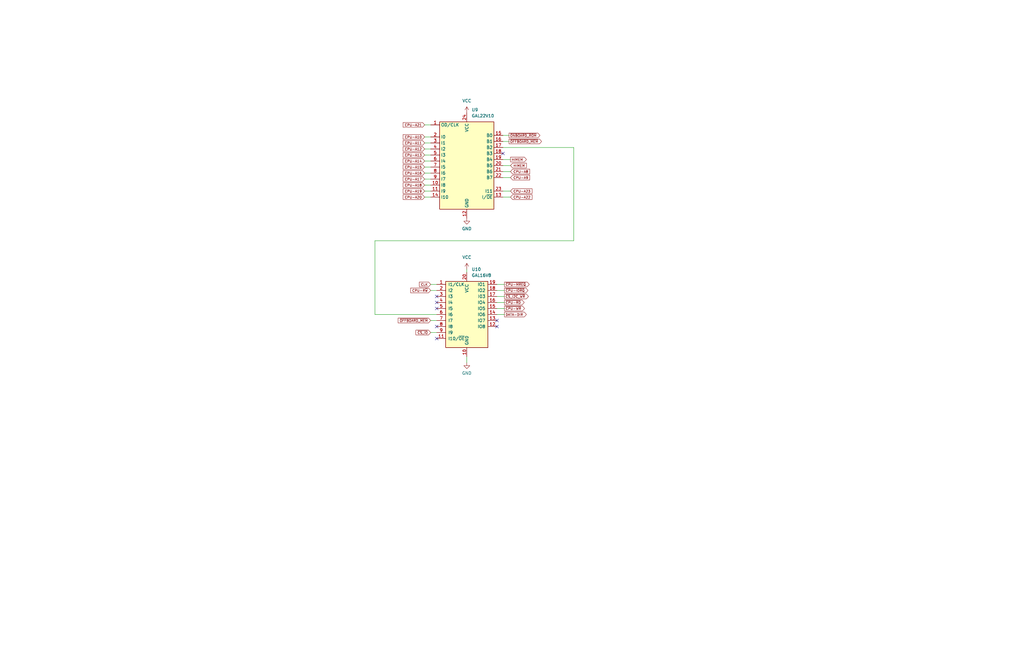
<source format=kicad_sch>
(kicad_sch (version 20211123) (generator eeschema)

  (uuid c3c349b1-d9bc-4742-9b63-40f30c22ca7c)

  (paper "B")

  (title_block
    (title "Duodyne 65265 CPU board")
    (date "2025-04-12")
    (rev "V0.5")
  )

  (lib_symbols
    (symbol "CUSTOM_LIB:GAL20V8" (in_bom yes) (on_board yes)
      (property "Reference" "U9" (id 0) (at 3.2894 15.24 0)
        (effects (font (size 1.27 1.27)) (justify left))
      )
      (property "Value" "GAL20V8" (id 1) (at 3.2894 12.7 0)
        (effects (font (size 1.27 1.27)) (justify left))
      )
      (property "Footprint" "Package_DIP:DIP-24_W7.62mm" (id 2) (at 0 0 0)
        (effects (font (size 1.27 1.27)) hide)
      )
      (property "Datasheet" "" (id 3) (at 0 0 0)
        (effects (font (size 1.27 1.27)) hide)
      )
      (symbol "GAL20V8_0_1"
        (rectangle (start -10.16 10.16) (end 12.7 -26.67)
          (stroke (width 0.254) (type default) (color 0 0 0 0))
          (fill (type background))
        )
      )
      (symbol "GAL20V8_1_1"
        (pin passive line (at -13.97 8.89 0) (length 3.81)
          (name "OD/CLK" (effects (font (size 1.27 1.27))))
          (number "1" (effects (font (size 1.27 1.27))))
        )
        (pin passive line (at -13.97 -16.51 0) (length 3.81)
          (name "I8" (effects (font (size 1.27 1.27))))
          (number "10" (effects (font (size 1.27 1.27))))
        )
        (pin passive line (at -13.97 -19.05 0) (length 3.81)
          (name "I9" (effects (font (size 1.27 1.27))))
          (number "11" (effects (font (size 1.27 1.27))))
        )
        (pin passive line (at 1.27 -30.48 90) (length 3.81)
          (name "GND" (effects (font (size 1.27 1.27))))
          (number "12" (effects (font (size 1.27 1.27))))
        )
        (pin passive line (at 16.51 -21.59 180) (length 3.81)
          (name "I/~{OE}" (effects (font (size 1.27 1.27))))
          (number "13" (effects (font (size 1.27 1.27))))
        )
        (pin passive line (at -13.97 -21.59 0) (length 3.81)
          (name "I10" (effects (font (size 1.27 1.27))))
          (number "14" (effects (font (size 1.27 1.27))))
        )
        (pin passive line (at 16.51 4.445 180) (length 3.81)
          (name "B0" (effects (font (size 1.27 1.27))))
          (number "15" (effects (font (size 1.27 1.27))))
        )
        (pin passive line (at 16.51 1.905 180) (length 3.81)
          (name "B1" (effects (font (size 1.27 1.27))))
          (number "16" (effects (font (size 1.27 1.27))))
        )
        (pin passive line (at 16.51 -0.635 180) (length 3.81)
          (name "B2" (effects (font (size 1.27 1.27))))
          (number "17" (effects (font (size 1.27 1.27))))
        )
        (pin passive line (at 16.51 -3.175 180) (length 3.81)
          (name "B3" (effects (font (size 1.27 1.27))))
          (number "18" (effects (font (size 1.27 1.27))))
        )
        (pin passive line (at 16.51 -5.715 180) (length 3.81)
          (name "B4" (effects (font (size 1.27 1.27))))
          (number "19" (effects (font (size 1.27 1.27))))
        )
        (pin passive line (at -13.97 3.81 0) (length 3.81)
          (name "I0" (effects (font (size 1.27 1.27))))
          (number "2" (effects (font (size 1.27 1.27))))
        )
        (pin passive line (at 16.51 -8.255 180) (length 3.81)
          (name "B5" (effects (font (size 1.27 1.27))))
          (number "20" (effects (font (size 1.27 1.27))))
        )
        (pin passive line (at 16.51 -10.795 180) (length 3.81)
          (name "B6" (effects (font (size 1.27 1.27))))
          (number "21" (effects (font (size 1.27 1.27))))
        )
        (pin passive line (at 16.51 -13.335 180) (length 3.81)
          (name "B7" (effects (font (size 1.27 1.27))))
          (number "22" (effects (font (size 1.27 1.27))))
        )
        (pin passive line (at 16.51 -19.05 180) (length 3.81)
          (name "I11" (effects (font (size 1.27 1.27))))
          (number "23" (effects (font (size 1.27 1.27))))
        )
        (pin passive line (at 1.27 13.97 270) (length 3.81)
          (name "VCC" (effects (font (size 1.27 1.27))))
          (number "24" (effects (font (size 1.27 1.27))))
        )
        (pin passive line (at -13.97 1.27 0) (length 3.81)
          (name "I1" (effects (font (size 1.27 1.27))))
          (number "3" (effects (font (size 1.27 1.27))))
        )
        (pin passive line (at -13.97 -1.27 0) (length 3.81)
          (name "I2" (effects (font (size 1.27 1.27))))
          (number "4" (effects (font (size 1.27 1.27))))
        )
        (pin passive line (at -13.97 -3.81 0) (length 3.81)
          (name "I3" (effects (font (size 1.27 1.27))))
          (number "5" (effects (font (size 1.27 1.27))))
        )
        (pin passive line (at -13.97 -6.35 0) (length 3.81)
          (name "I4" (effects (font (size 1.27 1.27))))
          (number "6" (effects (font (size 1.27 1.27))))
        )
        (pin passive line (at -13.97 -8.89 0) (length 3.81)
          (name "I5" (effects (font (size 1.27 1.27))))
          (number "7" (effects (font (size 1.27 1.27))))
        )
        (pin passive line (at -13.97 -11.43 0) (length 3.81)
          (name "I6" (effects (font (size 1.27 1.27))))
          (number "8" (effects (font (size 1.27 1.27))))
        )
        (pin passive line (at -13.97 -13.97 0) (length 3.81)
          (name "I7" (effects (font (size 1.27 1.27))))
          (number "9" (effects (font (size 1.27 1.27))))
        )
      )
    )
    (symbol "Logic_Programmable:GAL16V8" (pin_names (offset 1.016)) (in_bom yes) (on_board yes)
      (property "Reference" "U" (id 0) (at -8.89 16.51 0)
        (effects (font (size 1.27 1.27)) (justify left))
      )
      (property "Value" "GAL16V8" (id 1) (at 1.27 16.51 0)
        (effects (font (size 1.27 1.27)) (justify left))
      )
      (property "Footprint" "" (id 2) (at 0 0 0)
        (effects (font (size 1.27 1.27)) hide)
      )
      (property "Datasheet" "" (id 3) (at 0 0 0)
        (effects (font (size 1.27 1.27)) hide)
      )
      (property "ki_keywords" "GAL PLD 16V8" (id 4) (at 0 0 0)
        (effects (font (size 1.27 1.27)) hide)
      )
      (property "ki_description" "Programmable Logic Array, DIP-20/SOIC-20/PLCC-20" (id 5) (at 0 0 0)
        (effects (font (size 1.27 1.27)) hide)
      )
      (property "ki_fp_filters" "DIP* PDIP* SOIC* SO* PLCC*" (id 6) (at 0 0 0)
        (effects (font (size 1.27 1.27)) hide)
      )
      (symbol "GAL16V8_0_0"
        (pin power_in line (at 0 -17.78 90) (length 3.81)
          (name "GND" (effects (font (size 1.27 1.27))))
          (number "10" (effects (font (size 1.27 1.27))))
        )
        (pin power_in line (at 0 17.78 270) (length 3.81)
          (name "VCC" (effects (font (size 1.27 1.27))))
          (number "20" (effects (font (size 1.27 1.27))))
        )
      )
      (symbol "GAL16V8_0_1"
        (rectangle (start -8.89 13.97) (end 8.89 -13.97)
          (stroke (width 0.254) (type default) (color 0 0 0 0))
          (fill (type background))
        )
      )
      (symbol "GAL16V8_1_1"
        (pin input line (at -12.7 12.7 0) (length 3.81)
          (name "I1/CLK" (effects (font (size 1.27 1.27))))
          (number "1" (effects (font (size 1.27 1.27))))
        )
        (pin input line (at -12.7 -10.16 0) (length 3.81)
          (name "I10/~{OE}" (effects (font (size 1.27 1.27))))
          (number "11" (effects (font (size 1.27 1.27))))
        )
        (pin tri_state line (at 12.7 -5.08 180) (length 3.81)
          (name "IO8" (effects (font (size 1.27 1.27))))
          (number "12" (effects (font (size 1.27 1.27))))
        )
        (pin tri_state line (at 12.7 -2.54 180) (length 3.81)
          (name "IO7" (effects (font (size 1.27 1.27))))
          (number "13" (effects (font (size 1.27 1.27))))
        )
        (pin tri_state line (at 12.7 0 180) (length 3.81)
          (name "IO6" (effects (font (size 1.27 1.27))))
          (number "14" (effects (font (size 1.27 1.27))))
        )
        (pin tri_state line (at 12.7 2.54 180) (length 3.81)
          (name "IO5" (effects (font (size 1.27 1.27))))
          (number "15" (effects (font (size 1.27 1.27))))
        )
        (pin tri_state line (at 12.7 5.08 180) (length 3.81)
          (name "IO4" (effects (font (size 1.27 1.27))))
          (number "16" (effects (font (size 1.27 1.27))))
        )
        (pin tri_state line (at 12.7 7.62 180) (length 3.81)
          (name "I03" (effects (font (size 1.27 1.27))))
          (number "17" (effects (font (size 1.27 1.27))))
        )
        (pin tri_state line (at 12.7 10.16 180) (length 3.81)
          (name "IO2" (effects (font (size 1.27 1.27))))
          (number "18" (effects (font (size 1.27 1.27))))
        )
        (pin tri_state line (at 12.7 12.7 180) (length 3.81)
          (name "IO1" (effects (font (size 1.27 1.27))))
          (number "19" (effects (font (size 1.27 1.27))))
        )
        (pin input line (at -12.7 10.16 0) (length 3.81)
          (name "I2" (effects (font (size 1.27 1.27))))
          (number "2" (effects (font (size 1.27 1.27))))
        )
        (pin input line (at -12.7 7.62 0) (length 3.81)
          (name "I3" (effects (font (size 1.27 1.27))))
          (number "3" (effects (font (size 1.27 1.27))))
        )
        (pin input line (at -12.7 5.08 0) (length 3.81)
          (name "I4" (effects (font (size 1.27 1.27))))
          (number "4" (effects (font (size 1.27 1.27))))
        )
        (pin input line (at -12.7 2.54 0) (length 3.81)
          (name "I5" (effects (font (size 1.27 1.27))))
          (number "5" (effects (font (size 1.27 1.27))))
        )
        (pin input line (at -12.7 0 0) (length 3.81)
          (name "I6" (effects (font (size 1.27 1.27))))
          (number "6" (effects (font (size 1.27 1.27))))
        )
        (pin input line (at -12.7 -2.54 0) (length 3.81)
          (name "I7" (effects (font (size 1.27 1.27))))
          (number "7" (effects (font (size 1.27 1.27))))
        )
        (pin input line (at -12.7 -5.08 0) (length 3.81)
          (name "I8" (effects (font (size 1.27 1.27))))
          (number "8" (effects (font (size 1.27 1.27))))
        )
        (pin input line (at -12.7 -7.62 0) (length 3.81)
          (name "I9" (effects (font (size 1.27 1.27))))
          (number "9" (effects (font (size 1.27 1.27))))
        )
      )
    )
    (symbol "power:GND" (power) (pin_names (offset 0)) (in_bom yes) (on_board yes)
      (property "Reference" "#PWR" (id 0) (at 0 -6.35 0)
        (effects (font (size 1.27 1.27)) hide)
      )
      (property "Value" "GND" (id 1) (at 0 -3.81 0)
        (effects (font (size 1.27 1.27)))
      )
      (property "Footprint" "" (id 2) (at 0 0 0)
        (effects (font (size 1.27 1.27)) hide)
      )
      (property "Datasheet" "" (id 3) (at 0 0 0)
        (effects (font (size 1.27 1.27)) hide)
      )
      (property "ki_keywords" "global power" (id 4) (at 0 0 0)
        (effects (font (size 1.27 1.27)) hide)
      )
      (property "ki_description" "Power symbol creates a global label with name \"GND\" , ground" (id 5) (at 0 0 0)
        (effects (font (size 1.27 1.27)) hide)
      )
      (symbol "GND_0_1"
        (polyline
          (pts
            (xy 0 0)
            (xy 0 -1.27)
            (xy 1.27 -1.27)
            (xy 0 -2.54)
            (xy -1.27 -1.27)
            (xy 0 -1.27)
          )
          (stroke (width 0) (type default) (color 0 0 0 0))
          (fill (type none))
        )
      )
      (symbol "GND_1_1"
        (pin power_in line (at 0 0 270) (length 0) hide
          (name "GND" (effects (font (size 1.27 1.27))))
          (number "1" (effects (font (size 1.27 1.27))))
        )
      )
    )
    (symbol "power:VCC" (power) (pin_names (offset 0)) (in_bom yes) (on_board yes)
      (property "Reference" "#PWR" (id 0) (at 0 -3.81 0)
        (effects (font (size 1.27 1.27)) hide)
      )
      (property "Value" "VCC" (id 1) (at 0 3.81 0)
        (effects (font (size 1.27 1.27)))
      )
      (property "Footprint" "" (id 2) (at 0 0 0)
        (effects (font (size 1.27 1.27)) hide)
      )
      (property "Datasheet" "" (id 3) (at 0 0 0)
        (effects (font (size 1.27 1.27)) hide)
      )
      (property "ki_keywords" "global power" (id 4) (at 0 0 0)
        (effects (font (size 1.27 1.27)) hide)
      )
      (property "ki_description" "Power symbol creates a global label with name \"VCC\"" (id 5) (at 0 0 0)
        (effects (font (size 1.27 1.27)) hide)
      )
      (symbol "VCC_0_1"
        (polyline
          (pts
            (xy -0.762 1.27)
            (xy 0 2.54)
          )
          (stroke (width 0) (type default) (color 0 0 0 0))
          (fill (type none))
        )
        (polyline
          (pts
            (xy 0 0)
            (xy 0 2.54)
          )
          (stroke (width 0) (type default) (color 0 0 0 0))
          (fill (type none))
        )
        (polyline
          (pts
            (xy 0 2.54)
            (xy 0.762 1.27)
          )
          (stroke (width 0) (type default) (color 0 0 0 0))
          (fill (type none))
        )
      )
      (symbol "VCC_1_1"
        (pin power_in line (at 0 0 90) (length 0) hide
          (name "VCC" (effects (font (size 1.27 1.27))))
          (number "1" (effects (font (size 1.27 1.27))))
        )
      )
    )
  )


  (no_connect (at 212.09 64.77) (uuid 0938dbaa-b064-400f-b4ab-f1e152e03c08))
  (no_connect (at 184.15 130.175) (uuid 0b03a960-0038-4bab-9785-d40168828d5d))
  (no_connect (at 184.15 142.875) (uuid 1aff1c45-287b-4bee-80d4-ca71dcce3546))
  (no_connect (at 184.15 127.635) (uuid 407ba190-99ea-4b21-bb1b-a53a389d7e55))
  (no_connect (at 209.55 137.795) (uuid a4337b02-1967-49ce-ba37-bed5ae2c8e46))
  (no_connect (at 209.55 135.255) (uuid a97b8c8c-c966-4ce2-8f52-9ca99d2e325b))
  (no_connect (at 184.15 137.795) (uuid b509ccde-0ecb-49b1-93d4-c58e5153b000))
  (no_connect (at 184.15 125.095) (uuid f6649570-51ae-4249-89ad-e58706f99a82))

  (wire (pts (xy 179.07 65.405) (xy 181.61 65.405))
    (stroke (width 0) (type default) (color 0 0 0 0))
    (uuid 03a968aa-df03-434e-a4c7-0234347c9226)
  )
  (wire (pts (xy 212.09 80.645) (xy 215.265 80.645))
    (stroke (width 0) (type default) (color 0 0 0 0))
    (uuid 1884959e-4d6d-4095-996d-329ead388142)
  )
  (wire (pts (xy 212.09 74.93) (xy 215.265 74.93))
    (stroke (width 0) (type default) (color 0 0 0 0))
    (uuid 1f08a19b-1e28-4e49-8599-e1920c62b09a)
  )
  (wire (pts (xy 212.09 69.85) (xy 215.265 69.85))
    (stroke (width 0) (type default) (color 0 0 0 0))
    (uuid 2a1d5c82-d596-4993-85de-dc9474ca086b)
  )
  (wire (pts (xy 209.55 125.095) (xy 212.725 125.095))
    (stroke (width 0) (type default) (color 0 0 0 0))
    (uuid 31b0d265-54bb-49a6-9382-9e30bf5b7f4c)
  )
  (wire (pts (xy 179.07 80.645) (xy 181.61 80.645))
    (stroke (width 0) (type default) (color 0 0 0 0))
    (uuid 37115f8b-fb6c-49a7-9109-0b26540962b1)
  )
  (wire (pts (xy 179.07 67.945) (xy 181.61 67.945))
    (stroke (width 0) (type default) (color 0 0 0 0))
    (uuid 377c7096-9a9e-4fae-909e-3698bb620ce4)
  )
  (wire (pts (xy 179.07 52.705) (xy 181.61 52.705))
    (stroke (width 0) (type default) (color 0 0 0 0))
    (uuid 3cb1529f-e902-40df-b760-e0ae9499dd0c)
  )
  (wire (pts (xy 196.85 113.665) (xy 196.85 114.935))
    (stroke (width 0) (type default) (color 0 0 0 0))
    (uuid 3e563d4d-a8a1-49b1-b257-fe19b7cad039)
  )
  (wire (pts (xy 181.61 135.255) (xy 184.15 135.255))
    (stroke (width 0) (type default) (color 0 0 0 0))
    (uuid 4f07b636-ddb1-4fd1-9ef5-0c346088c57e)
  )
  (wire (pts (xy 179.07 60.325) (xy 181.61 60.325))
    (stroke (width 0) (type default) (color 0 0 0 0))
    (uuid 51f04887-9a2e-4fa9-8791-6696acc1e7c0)
  )
  (wire (pts (xy 209.55 122.555) (xy 212.725 122.555))
    (stroke (width 0) (type default) (color 0 0 0 0))
    (uuid 52472c72-ebff-4f14-887c-786cdc2c8a83)
  )
  (wire (pts (xy 209.55 132.715) (xy 212.725 132.715))
    (stroke (width 0) (type default) (color 0 0 0 0))
    (uuid 550264fe-caa6-4477-840c-b1b07923b620)
  )
  (wire (pts (xy 179.07 75.565) (xy 181.61 75.565))
    (stroke (width 0) (type default) (color 0 0 0 0))
    (uuid 5a3bd99d-a014-4dce-bd32-a40806c95cf8)
  )
  (wire (pts (xy 241.935 101.6) (xy 158.115 101.6))
    (stroke (width 0) (type default) (color 0 0 0 0))
    (uuid 61c96787-1a07-4edb-920d-d8fbfb0b8d52)
  )
  (wire (pts (xy 241.935 62.23) (xy 241.935 101.6))
    (stroke (width 0) (type default) (color 0 0 0 0))
    (uuid 62101637-d438-44b4-a13f-c3c5514089fb)
  )
  (wire (pts (xy 212.09 67.31) (xy 215.265 67.31))
    (stroke (width 0) (type default) (color 0 0 0 0))
    (uuid 665c6553-2275-4d14-bad8-02b88c32129c)
  )
  (wire (pts (xy 181.61 120.015) (xy 184.15 120.015))
    (stroke (width 0) (type default) (color 0 0 0 0))
    (uuid 6992fd21-1749-4862-9296-fd13843c285f)
  )
  (wire (pts (xy 209.55 130.175) (xy 212.725 130.175))
    (stroke (width 0) (type default) (color 0 0 0 0))
    (uuid 6d3cf0b3-9f00-49d9-985b-9679371432d4)
  )
  (wire (pts (xy 179.07 70.485) (xy 181.61 70.485))
    (stroke (width 0) (type default) (color 0 0 0 0))
    (uuid 715d5d87-c0b1-4eaa-87aa-932b7be30911)
  )
  (wire (pts (xy 179.07 62.865) (xy 181.61 62.865))
    (stroke (width 0) (type default) (color 0 0 0 0))
    (uuid 75165afe-c1ca-471e-bafc-88d042774536)
  )
  (wire (pts (xy 179.07 83.185) (xy 181.61 83.185))
    (stroke (width 0) (type default) (color 0 0 0 0))
    (uuid 7e7bb0cb-3f9d-4964-953a-29d9a657e825)
  )
  (wire (pts (xy 181.61 122.555) (xy 184.15 122.555))
    (stroke (width 0) (type default) (color 0 0 0 0))
    (uuid 7f890ed3-ba4b-430b-ab7a-d8b1826ebe83)
  )
  (wire (pts (xy 212.09 62.23) (xy 241.935 62.23))
    (stroke (width 0) (type default) (color 0 0 0 0))
    (uuid 8018d3af-e8b7-4e9b-9bea-d134333933f9)
  )
  (wire (pts (xy 179.07 73.025) (xy 181.61 73.025))
    (stroke (width 0) (type default) (color 0 0 0 0))
    (uuid 87a566a9-57af-4849-9db6-a12867712707)
  )
  (wire (pts (xy 196.85 150.495) (xy 196.85 153.035))
    (stroke (width 0) (type default) (color 0 0 0 0))
    (uuid 8ae984a3-fc84-4dc0-a546-3720b8803a45)
  )
  (wire (pts (xy 212.09 57.15) (xy 214.63 57.15))
    (stroke (width 0) (type default) (color 0 0 0 0))
    (uuid 8e99378b-ba00-4519-a262-e63dc696a7d3)
  )
  (wire (pts (xy 158.115 101.6) (xy 158.115 132.715))
    (stroke (width 0) (type default) (color 0 0 0 0))
    (uuid 98080651-1000-46ca-b67e-b5354294cb74)
  )
  (wire (pts (xy 212.09 72.39) (xy 215.265 72.39))
    (stroke (width 0) (type default) (color 0 0 0 0))
    (uuid b0f17a69-a5b3-40a1-a302-4c4d349e4ec6)
  )
  (wire (pts (xy 179.07 78.105) (xy 181.61 78.105))
    (stroke (width 0) (type default) (color 0 0 0 0))
    (uuid c0e3d66e-43e5-46c2-bb72-954855e4c7e6)
  )
  (wire (pts (xy 179.07 57.785) (xy 181.61 57.785))
    (stroke (width 0) (type default) (color 0 0 0 0))
    (uuid d7584111-37a3-4970-9972-7ecb57e18756)
  )
  (wire (pts (xy 181.61 140.335) (xy 184.15 140.335))
    (stroke (width 0) (type default) (color 0 0 0 0))
    (uuid dcad01ed-0c5a-4103-a98c-e521c5d1f18e)
  )
  (wire (pts (xy 209.55 120.015) (xy 212.725 120.015))
    (stroke (width 0) (type default) (color 0 0 0 0))
    (uuid e057f698-dde7-469b-acfd-340d9dae6792)
  )
  (wire (pts (xy 212.09 83.185) (xy 215.265 83.185))
    (stroke (width 0) (type default) (color 0 0 0 0))
    (uuid eae28b98-d241-47ac-a254-f9c8f6455431)
  )
  (wire (pts (xy 209.55 127.635) (xy 212.725 127.635))
    (stroke (width 0) (type default) (color 0 0 0 0))
    (uuid ec099fc6-8c52-41ef-a33b-aeac2e50b956)
  )
  (wire (pts (xy 212.09 59.69) (xy 214.63 59.69))
    (stroke (width 0) (type default) (color 0 0 0 0))
    (uuid f5b4a17d-f199-43fb-a8a1-8a6defc6e552)
  )
  (wire (pts (xy 158.115 132.715) (xy 184.15 132.715))
    (stroke (width 0) (type default) (color 0 0 0 0))
    (uuid f8253874-430c-4f69-b9cf-b1cf82b11820)
  )

  (global_label "CPU-R~{W}" (shape input) (at 181.61 122.555 180) (fields_autoplaced)
    (effects (font (size 1.016 1.016)) (justify right))
    (uuid 0186c32d-33e8-45e3-a3bf-38eff301f22f)
    (property "Intersheet References" "${INTERSHEET_REFS}" (id 0) (at 173.2193 122.4915 0)
      (effects (font (size 1.016 1.016)) (justify right) hide)
    )
  )
  (global_label "CPU-A10" (shape input) (at 179.07 57.785 180) (fields_autoplaced)
    (effects (font (size 1.016 1.016)) (justify right))
    (uuid 0db89e87-e182-4e7d-ab3d-bd6f6c7a14c7)
    (property "Intersheet References" "${INTERSHEET_REFS}" (id 0) (at 170.0503 57.7215 0)
      (effects (font (size 1.016 1.016)) (justify right) hide)
    )
  )
  (global_label "CPU-A22" (shape input) (at 215.265 83.185 0) (fields_autoplaced)
    (effects (font (size 1.016 1.016)) (justify left))
    (uuid 12edc342-ce53-4990-b088-c0bd5454d3f0)
    (property "Intersheet References" "${INTERSHEET_REFS}" (id 0) (at 224.2847 83.2485 0)
      (effects (font (size 1.016 1.016)) (justify left) hide)
    )
  )
  (global_label "CPU-A19" (shape input) (at 179.07 80.645 180) (fields_autoplaced)
    (effects (font (size 1.016 1.016)) (justify right))
    (uuid 152debd7-ec7b-488c-b568-ce4501e7df06)
    (property "Intersheet References" "${INTERSHEET_REFS}" (id 0) (at 170.0503 80.5815 0)
      (effects (font (size 1.016 1.016)) (justify right) hide)
    )
  )
  (global_label "CPU-A13" (shape input) (at 179.07 65.405 180) (fields_autoplaced)
    (effects (font (size 1.016 1.016)) (justify right))
    (uuid 24214b54-ba0e-4fd4-8e0f-4b6608dac1e7)
    (property "Intersheet References" "${INTERSHEET_REFS}" (id 0) (at 170.0503 65.3415 0)
      (effects (font (size 1.016 1.016)) (justify right) hide)
    )
  )
  (global_label "CLK" (shape input) (at 181.61 120.015 180) (fields_autoplaced)
    (effects (font (size 1.016 1.016)) (justify right))
    (uuid 25940bef-dd84-4c3a-a6c9-a5960ebc4e2a)
    (property "Intersheet References" "${INTERSHEET_REFS}" (id 0) (at 176.8962 119.9515 0)
      (effects (font (size 1.016 1.016)) (justify right) hide)
    )
  )
  (global_label "~{CPU-IORQ}" (shape output) (at 212.725 122.555 0) (fields_autoplaced)
    (effects (font (size 1.016 1.016)) (justify left))
    (uuid 36f51547-fd1a-44da-b4df-212fbbfdc41e)
    (property "Intersheet References" "${INTERSHEET_REFS}" (id 0) (at 222.5672 122.6185 0)
      (effects (font (size 1.016 1.016)) (justify left) hide)
    )
  )
  (global_label "HIMEM" (shape input) (at 215.265 69.85 0) (fields_autoplaced)
    (effects (font (size 1.016 1.016)) (justify left))
    (uuid 372816cd-d064-4cb5-bd14-9c68969080d2)
    (property "Intersheet References" "${INTERSHEET_REFS}" (id 0) (at 221.914 69.7865 0)
      (effects (font (size 1.016 1.016)) (justify left) hide)
    )
  )
  (global_label "CPU-A14" (shape input) (at 179.07 67.945 180) (fields_autoplaced)
    (effects (font (size 1.016 1.016)) (justify right))
    (uuid 4f77b398-6f95-473f-b04c-799017cd5df7)
    (property "Intersheet References" "${INTERSHEET_REFS}" (id 0) (at 170.0503 67.8815 0)
      (effects (font (size 1.016 1.016)) (justify right) hide)
    )
  )
  (global_label "CPU-A20" (shape input) (at 179.07 83.185 180) (fields_autoplaced)
    (effects (font (size 1.016 1.016)) (justify right))
    (uuid 55bf8af7-a26d-4762-b440-9b773954c75d)
    (property "Intersheet References" "${INTERSHEET_REFS}" (id 0) (at 170.0503 83.1215 0)
      (effects (font (size 1.016 1.016)) (justify right) hide)
    )
  )
  (global_label "CPU-A11" (shape input) (at 179.07 60.325 180) (fields_autoplaced)
    (effects (font (size 1.016 1.016)) (justify right))
    (uuid 5b2a39df-706c-4e84-9cc5-75617ac1931e)
    (property "Intersheet References" "${INTERSHEET_REFS}" (id 0) (at 170.0503 60.2615 0)
      (effects (font (size 1.016 1.016)) (justify right) hide)
    )
  )
  (global_label "~{CPU-RD}" (shape output) (at 212.725 127.635 0) (fields_autoplaced)
    (effects (font (size 1.016 1.016)) (justify left))
    (uuid 5c0c14bb-48de-4fc2-a56e-04ede12fdbca)
    (property "Intersheet References" "${INTERSHEET_REFS}" (id 0) (at 394.335 243.205 0)
      (effects (font (size 1.27 1.27)) hide)
    )
  )
  (global_label "DATA-DIR" (shape output) (at 212.725 132.715 0) (fields_autoplaced)
    (effects (font (size 1.016 1.016)) (justify left))
    (uuid 6d79775d-7038-42a4-b0f6-864a439294ae)
    (property "Intersheet References" "${INTERSHEET_REFS}" (id 0) (at 221.8898 132.6515 0)
      (effects (font (size 1.016 1.016)) (justify left) hide)
    )
  )
  (global_label "~{CS_I2C_WR}" (shape output) (at 212.725 125.095 0) (fields_autoplaced)
    (effects (font (size 1.016 1.016)) (justify left))
    (uuid 782ebb06-9616-4fce-9b56-ff7098059efb)
    (property "Intersheet References" "${INTERSHEET_REFS}" (id 0) (at 222.7607 125.0315 0)
      (effects (font (size 1.016 1.016)) (justify left) hide)
    )
  )
  (global_label "CPU-A21" (shape input) (at 179.07 52.705 180) (fields_autoplaced)
    (effects (font (size 1.016 1.016)) (justify right))
    (uuid 82dd5587-e99d-44a5-b801-9224d2940b06)
    (property "Intersheet References" "${INTERSHEET_REFS}" (id 0) (at 170.0503 52.6415 0)
      (effects (font (size 1.016 1.016)) (justify right) hide)
    )
  )
  (global_label "CPU-A18" (shape input) (at 179.07 78.105 180) (fields_autoplaced)
    (effects (font (size 1.016 1.016)) (justify right))
    (uuid 91342c98-bc2e-4ed3-837d-644afee75583)
    (property "Intersheet References" "${INTERSHEET_REFS}" (id 0) (at 170.0503 78.0415 0)
      (effects (font (size 1.016 1.016)) (justify right) hide)
    )
  )
  (global_label "~{CPU-WR}" (shape output) (at 212.725 130.175 0) (fields_autoplaced)
    (effects (font (size 1.016 1.016)) (justify left))
    (uuid 981ae8f8-66ac-45ca-905e-957f148bcbb1)
    (property "Intersheet References" "${INTERSHEET_REFS}" (id 0) (at 394.335 248.285 0)
      (effects (font (size 1.27 1.27)) hide)
    )
  )
  (global_label "~{ONBOARD_ROM}" (shape output) (at 214.63 57.15 0) (fields_autoplaced)
    (effects (font (size 1.016 1.016)) (justify left))
    (uuid 99b847ea-552d-4ab1-9e04-bf4361063974)
    (property "Intersheet References" "${INTERSHEET_REFS}" (id 0) (at 227.6169 57.0865 0)
      (effects (font (size 1.016 1.016)) (justify left) hide)
    )
  )
  (global_label "CPU-A15" (shape input) (at 179.07 70.485 180) (fields_autoplaced)
    (effects (font (size 1.016 1.016)) (justify right))
    (uuid a5bb733e-2516-4542-a864-2f9c030bb0da)
    (property "Intersheet References" "${INTERSHEET_REFS}" (id 0) (at 170.0503 70.4215 0)
      (effects (font (size 1.016 1.016)) (justify right) hide)
    )
  )
  (global_label "HIMEM" (shape output) (at 215.265 67.31 0) (fields_autoplaced)
    (effects (font (size 1.016 1.016)) (justify left))
    (uuid b5215b17-62fe-4ad0-8db8-f6e159fa8d57)
    (property "Intersheet References" "${INTERSHEET_REFS}" (id 0) (at 221.914 67.2465 0)
      (effects (font (size 1.016 1.016)) (justify left) hide)
    )
  )
  (global_label "CPU-A23" (shape input) (at 215.265 80.645 0) (fields_autoplaced)
    (effects (font (size 1.016 1.016)) (justify left))
    (uuid b54be601-35b3-4a70-ae09-9fff76867549)
    (property "Intersheet References" "${INTERSHEET_REFS}" (id 0) (at 224.2847 80.7085 0)
      (effects (font (size 1.016 1.016)) (justify left) hide)
    )
  )
  (global_label "~{OFFBOARD_MEM}" (shape output) (at 214.63 59.69 0) (fields_autoplaced)
    (effects (font (size 1.016 1.016)) (justify left))
    (uuid b87999e1-a6ea-4941-95cc-08c9abb8a977)
    (property "Intersheet References" "${INTERSHEET_REFS}" (id 0) (at 228.2943 59.6265 0)
      (effects (font (size 1.016 1.016)) (justify left) hide)
    )
  )
  (global_label "CPU-A16" (shape input) (at 179.07 73.025 180) (fields_autoplaced)
    (effects (font (size 1.016 1.016)) (justify right))
    (uuid bd2b51a6-5619-468e-8ee7-f0a7d7d07c9b)
    (property "Intersheet References" "${INTERSHEET_REFS}" (id 0) (at 170.0503 72.9615 0)
      (effects (font (size 1.016 1.016)) (justify right) hide)
    )
  )
  (global_label "~{OFFBOARD_MEM}" (shape input) (at 181.61 135.255 180) (fields_autoplaced)
    (effects (font (size 1.016 1.016)) (justify right))
    (uuid c7c58f8b-dee0-4f1a-af59-5c507770616c)
    (property "Intersheet References" "${INTERSHEET_REFS}" (id 0) (at 167.9457 135.1915 0)
      (effects (font (size 1.016 1.016)) (justify right) hide)
    )
  )
  (global_label "CPU-A8" (shape input) (at 215.265 72.39 0) (fields_autoplaced)
    (effects (font (size 1.016 1.016)) (justify left))
    (uuid cf72e2ce-d513-4fb4-acf1-9954c1a7cda2)
    (property "Intersheet References" "${INTERSHEET_REFS}" (id 0) (at 223.3171 72.3265 0)
      (effects (font (size 1.016 1.016)) (justify left) hide)
    )
  )
  (global_label "~{CPU-MREQ}" (shape output) (at 212.725 120.015 0) (fields_autoplaced)
    (effects (font (size 1.016 1.016)) (justify left))
    (uuid d14cdc42-72b2-4b5a-8f90-726b2ca63881)
    (property "Intersheet References" "${INTERSHEET_REFS}" (id 0) (at 394.335 230.505 0)
      (effects (font (size 1.27 1.27)) hide)
    )
  )
  (global_label "CPU-A12" (shape input) (at 179.07 62.865 180) (fields_autoplaced)
    (effects (font (size 1.016 1.016)) (justify right))
    (uuid e0699172-31c3-42b6-8bf7-93c55235bc29)
    (property "Intersheet References" "${INTERSHEET_REFS}" (id 0) (at 170.0503 62.8015 0)
      (effects (font (size 1.016 1.016)) (justify right) hide)
    )
  )
  (global_label "CPU-A17" (shape input) (at 179.07 75.565 180) (fields_autoplaced)
    (effects (font (size 1.016 1.016)) (justify right))
    (uuid e0fade5d-f69f-46c9-ab41-fad35bad2f35)
    (property "Intersheet References" "${INTERSHEET_REFS}" (id 0) (at 170.0503 75.5015 0)
      (effects (font (size 1.016 1.016)) (justify right) hide)
    )
  )
  (global_label "~{CS_IO}" (shape input) (at 181.61 140.335 180) (fields_autoplaced)
    (effects (font (size 1.016 1.016)) (justify right))
    (uuid f2b80f88-13a9-4279-b94d-cdfec34a889f)
    (property "Intersheet References" "${INTERSHEET_REFS}" (id 0) (at 175.4448 140.3985 0)
      (effects (font (size 1.016 1.016)) (justify right) hide)
    )
  )
  (global_label "CPU-A9" (shape input) (at 215.265 74.93 0) (fields_autoplaced)
    (effects (font (size 1.016 1.016)) (justify left))
    (uuid f2ba58bc-769a-4090-b9d6-dda299ab4768)
    (property "Intersheet References" "${INTERSHEET_REFS}" (id 0) (at 223.3171 74.8665 0)
      (effects (font (size 1.016 1.016)) (justify left) hide)
    )
  )

  (symbol (lib_id "power:VCC") (at 196.85 113.665 0) (unit 1)
    (in_bom yes) (on_board yes) (fields_autoplaced)
    (uuid 2191821e-fe71-4ede-89f0-0e3a34c6f701)
    (property "Reference" "#PWR0123" (id 0) (at 196.85 117.475 0)
      (effects (font (size 1.27 1.27)) hide)
    )
    (property "Value" "VCC" (id 1) (at 196.85 108.585 0))
    (property "Footprint" "" (id 2) (at 196.85 113.665 0)
      (effects (font (size 1.27 1.27)) hide)
    )
    (property "Datasheet" "" (id 3) (at 196.85 113.665 0)
      (effects (font (size 1.27 1.27)) hide)
    )
    (pin "1" (uuid 3416bf81-e30c-4547-9932-ea5f4ebb23a0))
  )

  (symbol (lib_id "CUSTOM_LIB:GAL20V8") (at 195.58 61.595 0) (unit 1)
    (in_bom yes) (on_board yes) (fields_autoplaced)
    (uuid 3b2c9051-72d4-446d-87de-b2c360f503ac)
    (property "Reference" "U9" (id 0) (at 198.8694 46.355 0)
      (effects (font (size 1.27 1.27)) (justify left))
    )
    (property "Value" "GAL22V10" (id 1) (at 198.8694 48.895 0)
      (effects (font (size 1.27 1.27)) (justify left))
    )
    (property "Footprint" "Package_DIP:DIP-24_W7.62mm_Socket_LongPads" (id 2) (at 195.58 61.595 0)
      (effects (font (size 1.27 1.27)) hide)
    )
    (property "Datasheet" "" (id 3) (at 195.58 61.595 0)
      (effects (font (size 1.27 1.27)) hide)
    )
    (pin "1" (uuid 0d9c4e67-6ea9-4805-b250-4e013afd4f50))
    (pin "10" (uuid c0f50c4b-0002-4cf1-868d-abf5ae029d42))
    (pin "11" (uuid 19727b74-9490-499a-84d3-cca110502869))
    (pin "12" (uuid f416d0fb-56f4-4e17-868e-70f219f18bc0))
    (pin "13" (uuid 0d52ad89-cebb-4eb9-828e-3bbfb8c64452))
    (pin "14" (uuid 86bf2b35-7e8e-49c5-907e-488dad70093c))
    (pin "15" (uuid fef70900-ddf5-4bb5-95e7-0829a7b70f52))
    (pin "16" (uuid 81e3cf0b-b0c7-4832-a828-c4a6b54520d4))
    (pin "17" (uuid 859f52c8-4469-40d9-9d6b-a49957112e4e))
    (pin "18" (uuid 48fd06a5-14d0-47bc-a486-8d2ab86f215f))
    (pin "19" (uuid fa8e27e2-6bd5-49ad-9814-da082f89e93b))
    (pin "2" (uuid 043b5b4c-8d5b-45e5-b4e4-fa521ddbe7c5))
    (pin "20" (uuid 9af0e17b-7df8-4386-9466-583404eff16d))
    (pin "21" (uuid cf3b99d6-e05c-4fd6-bdba-714dc39e6c64))
    (pin "22" (uuid d549f59e-f7a7-4261-a34c-df09d51c8253))
    (pin "23" (uuid ac464a58-d9ed-46b1-a0d1-ae9fd1b2fd64))
    (pin "24" (uuid ad522f15-1ddf-4069-a90a-6a657bc51b6b))
    (pin "3" (uuid 8e195c95-1620-47eb-966e-687e3d0b0633))
    (pin "4" (uuid d771feec-c62b-4067-b97f-79bd5394892f))
    (pin "5" (uuid af3393d0-8217-4a1e-b318-72e1026c5106))
    (pin "6" (uuid 43630211-6228-4c11-9aa0-f51f0316b887))
    (pin "7" (uuid 4b0d16e3-7168-48d1-90dd-97a1c20a2cb2))
    (pin "8" (uuid 0f67959a-95d6-4147-b5e3-6cc72e7c3878))
    (pin "9" (uuid fd4081bb-897f-427f-9f22-2b50f69df5d6))
  )

  (symbol (lib_id "power:GND") (at 196.85 92.075 0) (unit 1)
    (in_bom yes) (on_board yes) (fields_autoplaced)
    (uuid b2ce378b-9901-49fe-8446-903dda460d12)
    (property "Reference" "#PWR0119" (id 0) (at 196.85 98.425 0)
      (effects (font (size 1.27 1.27)) hide)
    )
    (property "Value" "GND" (id 1) (at 196.85 96.52 0))
    (property "Footprint" "" (id 2) (at 196.85 92.075 0)
      (effects (font (size 1.27 1.27)) hide)
    )
    (property "Datasheet" "" (id 3) (at 196.85 92.075 0)
      (effects (font (size 1.27 1.27)) hide)
    )
    (pin "1" (uuid 45e5837c-4911-4e6a-bfc7-3631215fd572))
  )

  (symbol (lib_id "Logic_Programmable:GAL16V8") (at 196.85 132.715 0) (unit 1)
    (in_bom yes) (on_board yes) (fields_autoplaced)
    (uuid c96c170e-b360-47a3-89ae-63f6a5c83ad5)
    (property "Reference" "U10" (id 0) (at 198.8694 113.665 0)
      (effects (font (size 1.27 1.27)) (justify left))
    )
    (property "Value" "GAL16V8" (id 1) (at 198.8694 116.205 0)
      (effects (font (size 1.27 1.27)) (justify left))
    )
    (property "Footprint" "Package_DIP:DIP-20_W7.62mm_Socket_LongPads" (id 2) (at 196.85 132.715 0)
      (effects (font (size 1.27 1.27)) hide)
    )
    (property "Datasheet" "" (id 3) (at 196.85 132.715 0)
      (effects (font (size 1.27 1.27)) hide)
    )
    (pin "10" (uuid 9af28f21-8b39-46cf-bb3a-349e45866da4))
    (pin "20" (uuid 931f0f21-02c1-4f12-90c5-65b8e1c1130d))
    (pin "1" (uuid e9507629-4b90-4d9f-9932-05a07844284a))
    (pin "11" (uuid f65e560e-7de3-42df-b0f0-977e9adfcfc5))
    (pin "12" (uuid 554124d1-698c-440b-8a1d-eb8760004b32))
    (pin "13" (uuid bdc5678a-9e48-4554-a11d-0efd1c5c5889))
    (pin "14" (uuid c86de13d-0eb2-44ac-851d-f941bb3aa972))
    (pin "15" (uuid 795c4f0a-05df-4823-9742-78b375aea532))
    (pin "16" (uuid 745f4896-80a0-4099-9de6-e348292fc8ad))
    (pin "17" (uuid 1b3dba6a-b61b-4d15-b59a-fe2913668801))
    (pin "18" (uuid 8be86098-8f03-4216-8df0-b5445de123e0))
    (pin "19" (uuid 6b948d40-f634-4307-8788-501066a435b9))
    (pin "2" (uuid 1fbc22be-ee99-4e6f-912e-387fc4308cc2))
    (pin "3" (uuid 5ca1d344-948c-48fd-a747-e29ede5f0605))
    (pin "4" (uuid c01ff1c0-ca8e-4ec0-a971-2a8bd94dedcd))
    (pin "5" (uuid ea376b8e-9bd6-4069-8373-60b8502f9dc2))
    (pin "6" (uuid 8c2ee412-c22a-4cba-96da-172a3f7de933))
    (pin "7" (uuid d3e1d3f6-ec32-48c0-97d8-8189ea3d5336))
    (pin "8" (uuid 1397cc12-e639-48d5-a574-cf678fa60dfe))
    (pin "9" (uuid b12dc476-0076-4311-8932-7dc13e2d0c3d))
  )

  (symbol (lib_id "power:VCC") (at 196.85 47.625 0) (unit 1)
    (in_bom yes) (on_board yes) (fields_autoplaced)
    (uuid e4f51b3a-068e-4f89-8be2-ff1d37966a5c)
    (property "Reference" "#PWR0122" (id 0) (at 196.85 51.435 0)
      (effects (font (size 1.27 1.27)) hide)
    )
    (property "Value" "VCC" (id 1) (at 196.85 42.545 0))
    (property "Footprint" "" (id 2) (at 196.85 47.625 0)
      (effects (font (size 1.27 1.27)) hide)
    )
    (property "Datasheet" "" (id 3) (at 196.85 47.625 0)
      (effects (font (size 1.27 1.27)) hide)
    )
    (pin "1" (uuid 7b56794a-4054-404b-9710-00e12da6c810))
  )

  (symbol (lib_id "power:GND") (at 196.85 153.035 0) (unit 1)
    (in_bom yes) (on_board yes) (fields_autoplaced)
    (uuid fb7c5d2d-e3df-40b0-a186-ae9b5f66ce73)
    (property "Reference" "#PWR0124" (id 0) (at 196.85 159.385 0)
      (effects (font (size 1.27 1.27)) hide)
    )
    (property "Value" "GND" (id 1) (at 196.85 157.48 0))
    (property "Footprint" "" (id 2) (at 196.85 153.035 0)
      (effects (font (size 1.27 1.27)) hide)
    )
    (property "Datasheet" "" (id 3) (at 196.85 153.035 0)
      (effects (font (size 1.27 1.27)) hide)
    )
    (pin "1" (uuid bad3acae-0100-47ee-9cf0-453e4e8fa84b))
  )
)

</source>
